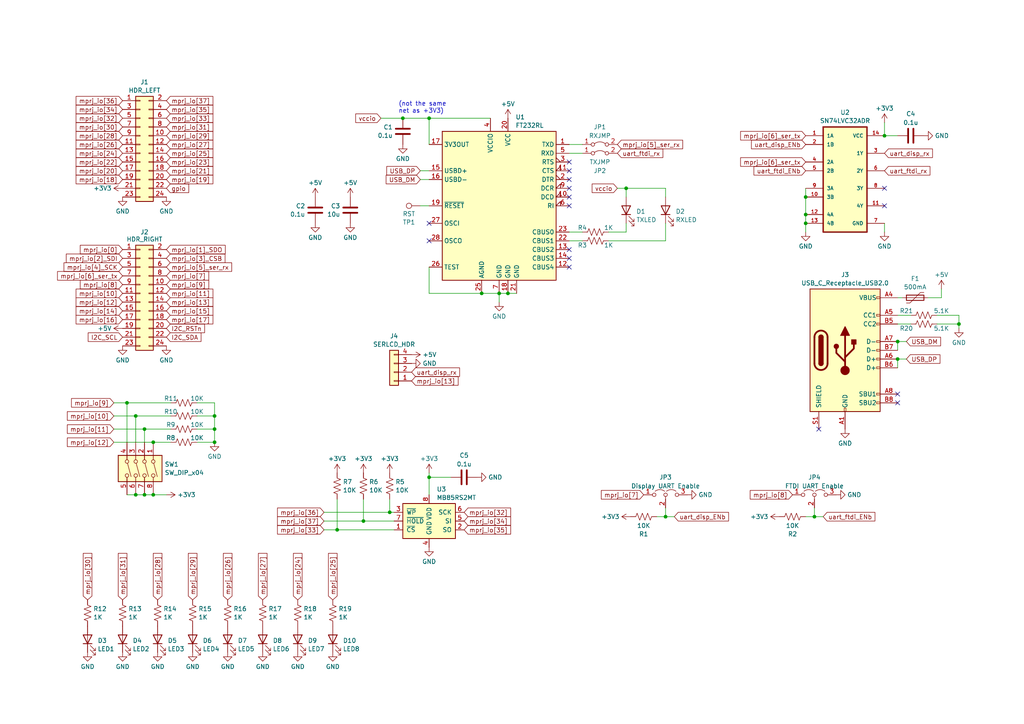
<source format=kicad_sch>
(kicad_sch (version 20230121) (generator eeschema)
  (paper "A4")
  (lib_symbols
    (symbol "Connector:TestPoint" (pin_numbers hide) (pin_names (offset 0.762) hide)
      (property "Reference" "TP" (at 0 6.858 0))
      (property "Value" "TestPoint" (at 0 5.08 0))
      (symbol "TestPoint_1_1"
        (pin passive line (at 0 0 90) (length 2.54) (name "1") (number "1"))
      )
    )
    (symbol "Connector:USB_C_Receptacle_USB2.0" (pin_names (offset 1.016))
      (property "Reference" "J" (at -10.16 19.05 0))
      (property "Value" "USB_C_Receptacle_USB2.0" (at 19.05 19.05 0))
      (symbol "USB_C_Receptacle_USB2.0_1_1"
        (pin passive line (at 0 -22.86 90) (length 5.08) (name "GND") (number "A1"))
        (pin passive line (at 0 -22.86 90) (length 5.08) hide (name "GND") (number "A12"))
        (pin passive line (at 15.24 15.24 180) (length 5.08) (name "VBUS") (number "A4"))
        (pin bidirectional line (at 15.24 10.16 180) (length 5.08) (name "CC1") (number "A5"))
        (pin bidirectional line (at 15.24 -2.54 180) (length 5.08) (name "D+") (number "A6"))
        (pin bidirectional line (at 15.24 2.54 180) (length 5.08) (name "D-") (number "A7"))
        (pin bidirectional line (at 15.24 -12.7 180) (length 5.08) (name "SBU1") (number "A8"))
        (pin passive line (at 15.24 15.24 180) (length 5.08) hide (name "VBUS") (number "A9"))
        (pin passive line (at 0 -22.86 90) (length 5.08) hide (name "GND") (number "B1"))
        (pin passive line (at 0 -22.86 90) (length 5.08) hide (name "GND") (number "B12"))
        (pin passive line (at 15.24 15.24 180) (length 5.08) hide (name "VBUS") (number "B4"))
        (pin bidirectional line (at 15.24 7.62 180) (length 5.08) (name "CC2") (number "B5"))
        (pin bidirectional line (at 15.24 -5.08 180) (length 5.08) (name "D+") (number "B6"))
        (pin bidirectional line (at 15.24 0 180) (length 5.08) (name "D-") (number "B7"))
        (pin bidirectional line (at 15.24 -15.24 180) (length 5.08) (name "SBU2") (number "B8"))
        (pin passive line (at 15.24 15.24 180) (length 5.08) hide (name "VBUS") (number "B9"))
        (pin passive line (at -7.62 -22.86 90) (length 5.08) (name "SHIELD") (number "S1"))
      )
    )
    (symbol "Connector_Generic:Conn_01x04" (pin_names (offset 1.016) hide)
      (property "Reference" "J" (at 0 5.08 0))
      (property "Value" "Conn_01x04" (at 0 -7.62 0))
      (symbol "Conn_01x04_1_1"
        (pin passive line (at -5.08 2.54 0) (length 3.81) (name "Pin_1") (number "1"))
        (pin passive line (at -5.08 0 0) (length 3.81) (name "Pin_2") (number "2"))
        (pin passive line (at -5.08 -2.54 0) (length 3.81) (name "Pin_3") (number "3"))
        (pin passive line (at -5.08 -5.08 0) (length 3.81) (name "Pin_4") (number "4"))
      )
    )
    (symbol "Connector_Generic:Conn_02x12_Odd_Even" (pin_names (offset 1.016) hide)
      (property "Reference" "J" (at 1.27 15.24 0))
      (property "Value" "Conn_02x12_Odd_Even" (at 1.27 -17.78 0))
      (symbol "Conn_02x12_Odd_Even_1_1"
        (pin passive line (at -5.08 12.7 0) (length 3.81) (name "Pin_1") (number "1"))
        (pin passive line (at 7.62 2.54 180) (length 3.81) (name "Pin_10") (number "10"))
        (pin passive line (at -5.08 0 0) (length 3.81) (name "Pin_11") (number "11"))
        (pin passive line (at 7.62 0 180) (length 3.81) (name "Pin_12") (number "12"))
        (pin passive line (at -5.08 -2.54 0) (length 3.81) (name "Pin_13") (number "13"))
        (pin passive line (at 7.62 -2.54 180) (length 3.81) (name "Pin_14") (number "14"))
        (pin passive line (at -5.08 -5.08 0) (length 3.81) (name "Pin_15") (number "15"))
        (pin passive line (at 7.62 -5.08 180) (length 3.81) (name "Pin_16") (number "16"))
        (pin passive line (at -5.08 -7.62 0) (length 3.81) (name "Pin_17") (number "17"))
        (pin passive line (at 7.62 -7.62 180) (length 3.81) (name "Pin_18") (number "18"))
        (pin passive line (at -5.08 -10.16 0) (length 3.81) (name "Pin_19") (number "19"))
        (pin passive line (at 7.62 12.7 180) (length 3.81) (name "Pin_2") (number "2"))
        (pin passive line (at 7.62 -10.16 180) (length 3.81) (name "Pin_20") (number "20"))
        (pin passive line (at -5.08 -12.7 0) (length 3.81) (name "Pin_21") (number "21"))
        (pin passive line (at 7.62 -12.7 180) (length 3.81) (name "Pin_22") (number "22"))
        (pin passive line (at -5.08 -15.24 0) (length 3.81) (name "Pin_23") (number "23"))
        (pin passive line (at 7.62 -15.24 180) (length 3.81) (name "Pin_24") (number "24"))
        (pin passive line (at -5.08 10.16 0) (length 3.81) (name "Pin_3") (number "3"))
        (pin passive line (at 7.62 10.16 180) (length 3.81) (name "Pin_4") (number "4"))
        (pin passive line (at -5.08 7.62 0) (length 3.81) (name "Pin_5") (number "5"))
        (pin passive line (at 7.62 7.62 180) (length 3.81) (name "Pin_6") (number "6"))
        (pin passive line (at -5.08 5.08 0) (length 3.81) (name "Pin_7") (number "7"))
        (pin passive line (at 7.62 5.08 180) (length 3.81) (name "Pin_8") (number "8"))
        (pin passive line (at -5.08 2.54 0) (length 3.81) (name "Pin_9") (number "9"))
      )
    )
    (symbol "Device:C" (pin_numbers hide) (pin_names (offset 0.254))
      (property "Reference" "C" (at 0.635 2.54 0))
      (property "Value" "C" (at 0.635 -2.54 0))
      (symbol "C_1_1"
        (pin passive line (at 0 3.81 270) (length 2.794) (name "~") (number "1"))
        (pin passive line (at 0 -3.81 90) (length 2.794) (name "~") (number "2"))
      )
    )
    (symbol "Device:LED" (pin_numbers hide) (pin_names (offset 1.016) hide)
      (property "Reference" "D" (at 0 2.54 0))
      (property "Value" "LED" (at 0 -2.54 0))
      (symbol "LED_1_1"
        (pin passive line (at -3.81 0 0) (length 2.54) (name "K") (number "1"))
        (pin passive line (at 3.81 0 180) (length 2.54) (name "A") (number "2"))
      )
    )
    (symbol "Device:Polyfuse" (pin_numbers hide) (pin_names (offset 0))
      (property "Reference" "F" (at -2.54 0 90))
      (property "Value" "Polyfuse" (at 2.54 0 90))
      (symbol "Polyfuse_1_1"
        (pin passive line (at 0 3.81 270) (length 1.27) (name "~") (number "1"))
        (pin passive line (at 0 -3.81 90) (length 1.27) (name "~") (number "2"))
      )
    )
    (symbol "Device:R_US" (pin_numbers hide) (pin_names (offset 0))
      (property "Reference" "R" (at 2.54 0 90))
      (property "Value" "R_US" (at -2.54 0 90))
      (symbol "R_US_1_1"
        (pin passive line (at 0 3.81 270) (length 1.27) (name "~") (number "1"))
        (pin passive line (at 0 -3.81 90) (length 1.27) (name "~") (number "2"))
      )
    )
    (symbol "Interface_USB:FT232RL"
      (property "Reference" "U" (at -16.51 22.86 0))
      (property "Value" "FT232RL" (at 10.16 22.86 0))
      (symbol "FT232RL_1_1"
        (pin output line (at 20.32 17.78 180) (length 3.81) (name "TXD") (number "1"))
        (pin input input_low (at 20.32 2.54 180) (length 3.81) (name "DCD") (number "10"))
        (pin input input_low (at 20.32 10.16 180) (length 3.81) (name "CTS") (number "11"))
        (pin bidirectional line (at 20.32 -17.78 180) (length 3.81) (name "CBUS4") (number "12"))
        (pin bidirectional line (at 20.32 -12.7 180) (length 3.81) (name "CBUS2") (number "13"))
        (pin bidirectional line (at 20.32 -15.24 180) (length 3.81) (name "CBUS3") (number "14"))
        (pin bidirectional line (at -20.32 10.16 0) (length 3.81) (name "USBD+") (number "15"))
        (pin bidirectional line (at -20.32 7.62 0) (length 3.81) (name "USBD-") (number "16"))
        (pin power_out line (at -20.32 17.78 0) (length 3.81) (name "3V3OUT") (number "17"))
        (pin power_in line (at 2.54 -25.4 90) (length 3.81) (name "GND") (number "18"))
        (pin input line (at -20.32 0 0) (length 3.81) (name "~{RESET}") (number "19"))
        (pin output output_low (at 20.32 7.62 180) (length 3.81) (name "DTR") (number "2"))
        (pin power_in line (at 2.54 25.4 270) (length 3.81) (name "VCC") (number "20"))
        (pin power_in line (at 5.08 -25.4 90) (length 3.81) (name "GND") (number "21"))
        (pin bidirectional line (at 20.32 -10.16 180) (length 3.81) (name "CBUS1") (number "22"))
        (pin bidirectional line (at 20.32 -7.62 180) (length 3.81) (name "CBUS0") (number "23"))
        (pin power_in line (at -5.08 -25.4 90) (length 3.81) (name "AGND") (number "25"))
        (pin input line (at -20.32 -17.78 0) (length 3.81) (name "TEST") (number "26"))
        (pin input line (at -20.32 -5.08 0) (length 3.81) (name "OSCI") (number "27"))
        (pin output line (at -20.32 -10.16 0) (length 3.81) (name "OSCO") (number "28"))
        (pin output output_low (at 20.32 12.7 180) (length 3.81) (name "RTS") (number "3"))
        (pin power_in line (at -2.54 25.4 270) (length 3.81) (name "VCCIO") (number "4"))
        (pin input line (at 20.32 15.24 180) (length 3.81) (name "RXD") (number "5"))
        (pin input input_low (at 20.32 0 180) (length 3.81) (name "RI") (number "6"))
        (pin power_in line (at 0 -25.4 90) (length 3.81) (name "GND") (number "7"))
        (pin input input_low (at 20.32 5.08 180) (length 3.81) (name "DCR") (number "9"))
      )
    )
    (symbol "Jumper:Jumper_2_Bridged" (pin_names (offset 0) hide)
      (property "Reference" "JP" (at 0 1.905 0))
      (property "Value" "Jumper_2_Bridged" (at 0 -2.54 0))
      (symbol "Jumper_2_Bridged_1_1"
        (pin passive line (at -5.08 0 0) (length 2.54) (name "A") (number "1"))
        (pin passive line (at 5.08 0 180) (length 2.54) (name "B") (number "2"))
      )
    )
    (symbol "Jumper:Jumper_3_Open" (pin_names (offset 0) hide)
      (property "Reference" "JP" (at -2.54 -2.54 0))
      (property "Value" "Jumper_3_Open" (at 0 2.794 0))
      (symbol "Jumper_3_Open_1_1"
        (pin passive line (at -6.35 0 0) (length 2.54) (name "A") (number "1"))
        (pin passive line (at 0 -3.81 90) (length 2.54) (name "C") (number "2"))
        (pin passive line (at 6.35 0 180) (length 2.54) (name "B") (number "3"))
      )
    )
    (symbol "Memory_NVRAM:MB85RS2MT" (pin_names (offset 1.016))
      (property "Reference" "U" (at -7.62 6.35 0))
      (property "Value" "MB85RS2MT" (at 1.27 6.35 0))
      (symbol "MB85RS2MT_1_1"
        (pin input line (at -10.16 -2.54 0) (length 2.54) (name "~{CS}") (number "1"))
        (pin output line (at 10.16 -2.54 180) (length 2.54) (name "SO") (number "2"))
        (pin input line (at -10.16 2.54 0) (length 2.54) (name "~{WP}") (number "3"))
        (pin power_in line (at 0 -7.62 90) (length 2.54) (name "GND") (number "4"))
        (pin input line (at 10.16 0 180) (length 2.54) (name "SI") (number "5"))
        (pin input line (at 10.16 2.54 180) (length 2.54) (name "SCK") (number "6"))
        (pin input line (at -10.16 0 0) (length 2.54) (name "~{HOLD}") (number "7"))
        (pin power_in line (at 0 7.62 270) (length 2.54) (name "VDD") (number "8"))
      )
    )
    (symbol "SN74LVC32ADR:SN74LVC32ADR" (pin_names (offset 1.016))
      (property "Reference" "U" (at 0 19.05 0))
      (property "Value" "SN74LVC32ADR" (at 0 16.51 0))
      (symbol "SN74LVC32ADR_0_0"
        (pin input line (at -11.43 12.7 0) (length 5.08) (name "1A") (number "1"))
        (pin input line (at -11.43 -5.08 0) (length 5.08) (name "3B") (number "10"))
        (pin output line (at 11.43 -7.62 180) (length 5.08) (name "4Y") (number "11"))
        (pin input line (at -11.43 -10.16 0) (length 5.08) (name "4A") (number "12"))
        (pin input line (at -11.43 -12.7 0) (length 5.08) (name "4B") (number "13"))
        (pin power_in line (at 11.43 12.7 180) (length 5.08) (name "VCC") (number "14"))
        (pin input line (at -11.43 10.16 0) (length 5.08) (name "1B") (number "2"))
        (pin output line (at 11.43 7.62 180) (length 5.08) (name "1Y") (number "3"))
        (pin input line (at -11.43 5.08 0) (length 5.08) (name "2A") (number "4"))
        (pin input line (at -11.43 2.54 0) (length 5.08) (name "2B") (number "5"))
        (pin output line (at 11.43 2.54 180) (length 5.08) (name "2Y") (number "6"))
        (pin power_in line (at 11.43 -12.7 180) (length 5.08) (name "GND") (number "7"))
        (pin output line (at 11.43 -2.54 180) (length 5.08) (name "3Y") (number "8"))
        (pin input line (at -11.43 -2.54 0) (length 5.08) (name "3A") (number "9"))
      )
    )
    (symbol "Switch:SW_DIP_x04" (pin_names (offset 0) hide)
      (property "Reference" "SW" (at 0 8.89 0))
      (property "Value" "SW_DIP_x04" (at 0 -6.35 0))
      (symbol "SW_DIP_x04_1_1"
        (pin passive line (at -7.62 5.08 0) (length 5.08) (name "~") (number "1"))
        (pin passive line (at -7.62 2.54 0) (length 5.08) (name "~") (number "2"))
        (pin passive line (at -7.62 0 0) (length 5.08) (name "~") (number "3"))
        (pin passive line (at -7.62 -2.54 0) (length 5.08) (name "~") (number "4"))
        (pin passive line (at 7.62 -2.54 180) (length 5.08) (name "~") (number "5"))
        (pin passive line (at 7.62 0 180) (length 5.08) (name "~") (number "6"))
        (pin passive line (at 7.62 2.54 180) (length 5.08) (name "~") (number "7"))
        (pin passive line (at 7.62 5.08 180) (length 5.08) (name "~") (number "8"))
      )
    )
    (symbol "power:+3V3" (power) (pin_names (offset 0))
      (property "Value" "+3V3" (at 0 3.556 0))
      (symbol "+3V3_1_1"
        (pin power_in line (at 0 0 90) (length 0) hide (name "+3V3") (number "1"))
      )
    )
    (symbol "power:+5V" (power) (pin_names (offset 0))
      (property "Value" "+5V" (at 0 3.556 0))
      (symbol "+5V_1_1"
        (pin power_in line (at 0 0 90) (length 0) hide (name "+5V") (number "1"))
      )
    )
    (symbol "power:GND" (power) (pin_names (offset 0))
      (property "Value" "GND" (at 0 -3.81 0))
      (symbol "GND_1_1"
        (pin power_in line (at 0 0 270) (length 0) hide (name "GND") (number "1"))
      )
    )
  )
  (junction (at 233.68 57.15))
  (junction (at 41.91 143.51))
  (junction (at 44.45 143.51))
  (junction (at 116.84 34.29))
  (junction (at 41.91 124.46))
  (junction (at 233.68 64.77))
  (junction (at 260.35 104.14))
  (junction (at 39.37 143.51))
  (junction (at 256.54 39.37))
  (junction (at 278.13 93.98))
  (junction (at 147.32 85.09))
  (junction (at 193.04 149.86))
  (junction (at 97.79 153.67))
  (junction (at 62.23 120.65))
  (junction (at 260.35 99.06))
  (junction (at 233.68 62.23))
  (junction (at 124.46 34.29))
  (junction (at 124.46 138.43))
  (junction (at 62.23 124.46))
  (junction (at 139.7 85.09))
  (junction (at 105.41 151.13))
  (junction (at 62.23 128.27))
  (junction (at 44.45 128.27))
  (junction (at 39.37 120.65))
  (junction (at 181.61 54.61))
  (junction (at 113.03 148.59))
  (junction (at 144.78 85.09))
  (junction (at 236.22 149.86))
  (junction (at 36.83 116.84))
  (no_connect (at 165.1 77.47))
  (no_connect (at 165.1 46.99))
  (no_connect (at 256.54 54.61))
  (no_connect (at 260.35 114.3))
  (no_connect (at 165.1 49.53))
  (no_connect (at 260.35 116.84))
  (no_connect (at 256.54 59.69))
  (no_connect (at 124.46 64.77))
  (no_connect (at 124.46 69.85))
  (no_connect (at 165.1 59.69))
  (no_connect (at 165.1 54.61))
  (no_connect (at 165.1 72.39))
  (no_connect (at 165.1 74.93))
  (no_connect (at 165.1 52.07))
  (no_connect (at 165.1 57.15))
  (no_connect (at 237.49 124.46))
  (wire (pts (xy 124.46 85.09) (xy 139.7 85.09)))
  (wire (pts (xy 165.1 41.91) (xy 168.91 41.91)))
  (wire (pts (xy 139.7 85.09) (xy 144.78 85.09)))
  (wire (pts (xy 195.58 149.86) (xy 193.04 149.86)))
  (wire (pts (xy 62.23 124.46) (xy 62.23 128.27)))
  (wire (pts (xy 269.24 86.36) (xy 273.05 86.36)))
  (wire (pts (xy 39.37 120.65) (xy 39.37 128.27)))
  (wire (pts (xy 121.92 49.53) (xy 124.46 49.53)))
  (wire (pts (xy 110.49 34.29) (xy 116.84 34.29)))
  (wire (pts (xy 57.15 116.84) (xy 62.23 116.84)))
  (wire (pts (xy 233.68 57.15) (xy 233.68 62.23)))
  (wire (pts (xy 116.84 34.29) (xy 124.46 34.29)))
  (wire (pts (xy 165.1 67.31) (xy 168.91 67.31)))
  (wire (pts (xy 97.79 144.78) (xy 97.79 153.67)))
  (wire (pts (xy 121.92 52.07) (xy 124.46 52.07)))
  (wire (pts (xy 260.35 104.14) (xy 262.89 104.14)))
  (wire (pts (xy 113.03 144.78) (xy 113.03 148.59)))
  (wire (pts (xy 165.1 44.45) (xy 168.91 44.45)))
  (wire (pts (xy 121.92 59.69) (xy 124.46 59.69)))
  (wire (pts (xy 256.54 39.37) (xy 260.35 39.37)))
  (wire (pts (xy 39.37 143.51) (xy 41.91 143.51)))
  (wire (pts (xy 260.35 86.36) (xy 261.62 86.36)))
  (wire (pts (xy 93.98 153.67) (xy 97.79 153.67)))
  (wire (pts (xy 113.03 148.59) (xy 114.3 148.59)))
  (wire (pts (xy 278.13 93.98) (xy 278.13 95.25)))
  (wire (pts (xy 36.83 128.27) (xy 36.83 116.84)))
  (wire (pts (xy 179.07 54.61) (xy 181.61 54.61)))
  (wire (pts (xy 124.46 77.47) (xy 124.46 85.09)))
  (wire (pts (xy 62.23 116.84) (xy 62.23 120.65)))
  (wire (pts (xy 260.35 91.44) (xy 264.16 91.44)))
  (wire (pts (xy 193.04 149.86) (xy 193.04 147.32)))
  (wire (pts (xy 57.15 120.65) (xy 62.23 120.65)))
  (wire (pts (xy 181.61 54.61) (xy 193.04 54.61)))
  (wire (pts (xy 233.68 62.23) (xy 233.68 64.77)))
  (wire (pts (xy 57.15 124.46) (xy 62.23 124.46)))
  (wire (pts (xy 33.02 124.46) (xy 41.91 124.46)))
  (wire (pts (xy 36.83 143.51) (xy 39.37 143.51)))
  (wire (pts (xy 105.41 151.13) (xy 105.41 144.78)))
  (wire (pts (xy 256.54 35.56) (xy 256.54 39.37)))
  (wire (pts (xy 97.79 153.67) (xy 114.3 153.67)))
  (wire (pts (xy 49.53 120.65) (xy 39.37 120.65)))
  (wire (pts (xy 124.46 137.16) (xy 124.46 138.43)))
  (wire (pts (xy 33.02 116.84) (xy 36.83 116.84)))
  (wire (pts (xy 114.3 151.13) (xy 105.41 151.13)))
  (wire (pts (xy 181.61 64.77) (xy 181.61 67.31)))
  (wire (pts (xy 273.05 83.82) (xy 273.05 86.36)))
  (wire (pts (xy 260.35 99.06) (xy 260.35 101.6)))
  (wire (pts (xy 44.45 128.27) (xy 49.53 128.27)))
  (wire (pts (xy 33.02 128.27) (xy 44.45 128.27)))
  (wire (pts (xy 62.23 120.65) (xy 62.23 124.46)))
  (wire (pts (xy 147.32 85.09) (xy 149.86 85.09)))
  (wire (pts (xy 193.04 69.85) (xy 193.04 64.77)))
  (wire (pts (xy 33.02 120.65) (xy 39.37 120.65)))
  (wire (pts (xy 93.98 148.59) (xy 113.03 148.59)))
  (wire (pts (xy 41.91 128.27) (xy 41.91 124.46)))
  (wire (pts (xy 36.83 116.84) (xy 49.53 116.84)))
  (wire (pts (xy 190.5 149.86) (xy 193.04 149.86)))
  (wire (pts (xy 41.91 143.51) (xy 44.45 143.51)))
  (wire (pts (xy 165.1 69.85) (xy 168.91 69.85)))
  (wire (pts (xy 93.98 151.13) (xy 105.41 151.13)))
  (wire (pts (xy 233.68 64.77) (xy 233.68 67.31)))
  (wire (pts (xy 271.78 93.98) (xy 278.13 93.98)))
  (wire (pts (xy 233.68 149.86) (xy 236.22 149.86)))
  (wire (pts (xy 193.04 54.61) (xy 193.04 57.15)))
  (wire (pts (xy 271.78 91.44) (xy 278.13 91.44)))
  (wire (pts (xy 260.35 104.14) (xy 260.35 106.68)))
  (wire (pts (xy 124.46 138.43) (xy 130.81 138.43)))
  (wire (pts (xy 181.61 54.61) (xy 181.61 57.15)))
  (wire (pts (xy 41.91 124.46) (xy 49.53 124.46)))
  (wire (pts (xy 260.35 99.06) (xy 262.89 99.06)))
  (wire (pts (xy 144.78 85.09) (xy 147.32 85.09)))
  (wire (pts (xy 260.35 93.98) (xy 264.16 93.98)))
  (wire (pts (xy 233.68 54.61) (xy 233.68 57.15)))
  (wire (pts (xy 44.45 143.51) (xy 48.26 143.51)))
  (wire (pts (xy 144.78 85.09) (xy 144.78 87.63)))
  (wire (pts (xy 256.54 64.77) (xy 256.54 67.31)))
  (wire (pts (xy 176.53 69.85) (xy 193.04 69.85)))
  (wire (pts (xy 124.46 41.91) (xy 124.46 34.29)))
  (wire (pts (xy 278.13 91.44) (xy 278.13 93.98)))
  (wire (pts (xy 124.46 138.43) (xy 124.46 143.51)))
  (wire (pts (xy 181.61 67.31) (xy 176.53 67.31)))
  (wire (pts (xy 124.46 34.29) (xy 142.24 34.29)))
  (wire (pts (xy 238.76 149.86) (xy 236.22 149.86)))
  (wire (pts (xy 57.15 128.27) (xy 62.23 128.27)))
  (wire (pts (xy 236.22 149.86) (xy 236.22 147.32)))
  (text "(not the same\nnet as +3V3)" (at 115.57 33.02 0) (effects (font (size 1.27 1.27)) (justify left bottom)))
  (global_label "mprj_io[6]_ser_tx" (shape input) (at 233.68 46.99 180) (property "Intersheetrefs" "${INTERSHEET_REFS}" (effects hide)))
  (global_label "gpio" (shape input) (at 48.26 54.61 0) (property "Intersheetrefs" "${INTERSHEET_REFS}" (effects hide)))
  (global_label "mprj_io[5]_ser_rx" (shape input) (at 48.26 77.47 0) (property "Intersheetrefs" "${INTERSHEET_REFS}" (effects hide)))
  (global_label "mprj_io[0]" (shape input) (at 35.56 72.39 180) (property "Intersheetrefs" "${INTERSHEET_REFS}" (effects hide)))
  (global_label "mprj_io[11]" (shape input) (at 48.26 85.09 0) (property "Intersheetrefs" "${INTERSHEET_REFS}" (effects hide)))
  (global_label "mprj_io[8]" (shape input) (at 229.87 143.51 180) (property "Intersheetrefs" "${INTERSHEET_REFS}" (effects hide)))
  (global_label "uart_disp_ENb" (shape input) (at 195.58 149.86 0) (property "Intersheetrefs" "${INTERSHEET_REFS}" (effects hide)))
  (global_label "mprj_io[26]" (shape input) (at 66.04 173.99 90) (property "Intersheetrefs" "${INTERSHEET_REFS}" (effects hide)))
  (global_label "mprj_io[26]" (shape input) (at 35.56 41.91 180) (property "Intersheetrefs" "${INTERSHEET_REFS}" (effects hide)))
  (global_label "mprj_io[13]" (shape input) (at 119.38 110.49 0) (property "Intersheetrefs" "${INTERSHEET_REFS}" (effects hide)))
  (global_label "mprj_io[25]" (shape input) (at 48.26 44.45 0) (property "Intersheetrefs" "${INTERSHEET_REFS}" (effects hide)))
  (global_label "mprj_io[16]" (shape input) (at 35.56 92.71 180) (property "Intersheetrefs" "${INTERSHEET_REFS}" (effects hide)))
  (global_label "mprj_io[19]" (shape input) (at 48.26 52.07 0) (property "Intersheetrefs" "${INTERSHEET_REFS}" (effects hide)))
  (global_label "mprj_io[17]" (shape input) (at 48.26 92.71 0) (property "Intersheetrefs" "${INTERSHEET_REFS}" (effects hide)))
  (global_label "mprj_io[24]" (shape input) (at 86.36 173.99 90) (property "Intersheetrefs" "${INTERSHEET_REFS}" (effects hide)))
  (global_label "mprj_io[35]" (shape input) (at 48.26 31.75 0) (property "Intersheetrefs" "${INTERSHEET_REFS}" (effects hide)))
  (global_label "mprj_io[12]" (shape input) (at 33.02 128.27 180) (property "Intersheetrefs" "${INTERSHEET_REFS}" (effects hide)))
  (global_label "uart_disp_ENb" (shape input) (at 233.68 41.91 180) (property "Intersheetrefs" "${INTERSHEET_REFS}" (effects hide)))
  (global_label "mprj_io[28]" (shape input) (at 45.72 173.99 90) (property "Intersheetrefs" "${INTERSHEET_REFS}" (effects hide)))
  (global_label "mprj_io[28]" (shape input) (at 35.56 39.37 180) (property "Intersheetrefs" "${INTERSHEET_REFS}" (effects hide)))
  (global_label "uart_disp_rx" (shape input) (at 256.54 44.45 0) (property "Intersheetrefs" "${INTERSHEET_REFS}" (effects hide)))
  (global_label "mprj_io[15]" (shape input) (at 48.26 90.17 0) (property "Intersheetrefs" "${INTERSHEET_REFS}" (effects hide)))
  (global_label "I2C_SCL" (shape input) (at 35.56 97.79 180) (property "Intersheetrefs" "${INTERSHEET_REFS}" (effects hide)))
  (global_label "mprj_io[33]" (shape input) (at 93.98 153.67 180) (property "Intersheetrefs" "${INTERSHEET_REFS}" (effects hide)))
  (global_label "mprj_io[27]" (shape input) (at 76.2 173.99 90) (property "Intersheetrefs" "${INTERSHEET_REFS}" (effects hide)))
  (global_label "mprj_io[25]" (shape input) (at 96.52 173.99 90) (property "Intersheetrefs" "${INTERSHEET_REFS}" (effects hide)))
  (global_label "mprj_io[30]" (shape input) (at 25.4 173.99 90) (property "Intersheetrefs" "${INTERSHEET_REFS}" (effects hide)))
  (global_label "mprj_io[11]" (shape input) (at 33.02 124.46 180) (property "Intersheetrefs" "${INTERSHEET_REFS}" (effects hide)))
  (global_label "mprj_io[10]" (shape input) (at 35.56 85.09 180) (property "Intersheetrefs" "${INTERSHEET_REFS}" (effects hide)))
  (global_label "mprj_io[9]" (shape input) (at 33.02 116.84 180) (property "Intersheetrefs" "${INTERSHEET_REFS}" (effects hide)))
  (global_label "mprj_io[36]" (shape input) (at 35.56 29.21 180) (property "Intersheetrefs" "${INTERSHEET_REFS}" (effects hide)))
  (global_label "USB_DP" (shape input) (at 121.92 49.53 180) (property "Intersheetrefs" "${INTERSHEET_REFS}" (effects hide)))
  (global_label "mprj_io[2]_SDI" (shape input) (at 35.56 74.93 180) (property "Intersheetrefs" "${INTERSHEET_REFS}" (effects hide)))
  (global_label "USB_DP" (shape input) (at 262.89 104.14 0) (property "Intersheetrefs" "${INTERSHEET_REFS}" (effects hide)))
  (global_label "uart_ftdi_ENb" (shape input) (at 233.68 49.53 180) (property "Intersheetrefs" "${INTERSHEET_REFS}" (effects hide)))
  (global_label "mprj_io[37]" (shape input) (at 93.98 151.13 180) (property "Intersheetrefs" "${INTERSHEET_REFS}" (effects hide)))
  (global_label "mprj_io[37]" (shape input) (at 48.26 29.21 0) (property "Intersheetrefs" "${INTERSHEET_REFS}" (effects hide)))
  (global_label "mprj_io[12]" (shape input) (at 35.56 87.63 180) (property "Intersheetrefs" "${INTERSHEET_REFS}" (effects hide)))
  (global_label "mprj_io[32]" (shape input) (at 35.56 34.29 180) (property "Intersheetrefs" "${INTERSHEET_REFS}" (effects hide)))
  (global_label "I2C_RSTn" (shape input) (at 48.26 95.25 0) (property "Intersheetrefs" "${INTERSHEET_REFS}" (effects hide)))
  (global_label "mprj_io[35]" (shape input) (at 134.62 153.67 0) (property "Intersheetrefs" "${INTERSHEET_REFS}" (effects hide)))
  (global_label "mprj_io[29]" (shape input) (at 55.88 173.99 90) (property "Intersheetrefs" "${INTERSHEET_REFS}" (effects hide)))
  (global_label "uart_ftdi_rx" (shape input) (at 179.07 44.45 0) (property "Intersheetrefs" "${INTERSHEET_REFS}" (effects hide)))
  (global_label "mprj_io[22]" (shape input) (at 35.56 46.99 180) (property "Intersheetrefs" "${INTERSHEET_REFS}" (effects hide)))
  (global_label "mprj_io[13]" (shape input) (at 48.26 87.63 0) (property "Intersheetrefs" "${INTERSHEET_REFS}" (effects hide)))
  (global_label "uart_ftdi_rx" (shape input) (at 256.54 49.53 0) (property "Intersheetrefs" "${INTERSHEET_REFS}" (effects hide)))
  (global_label "mprj_io[34]" (shape input) (at 35.56 31.75 180) (property "Intersheetrefs" "${INTERSHEET_REFS}" (effects hide)))
  (global_label "mprj_io[23]" (shape input) (at 48.26 46.99 0) (property "Intersheetrefs" "${INTERSHEET_REFS}" (effects hide)))
  (global_label "mprj_io[27]" (shape input) (at 48.26 41.91 0) (property "Intersheetrefs" "${INTERSHEET_REFS}" (effects hide)))
  (global_label "I2C_SDA" (shape input) (at 48.26 97.79 0) (property "Intersheetrefs" "${INTERSHEET_REFS}" (effects hide)))
  (global_label "mprj_io[3]_CSB" (shape input) (at 48.26 74.93 0) (property "Intersheetrefs" "${INTERSHEET_REFS}" (effects hide)))
  (global_label "mprj_io[32]" (shape input) (at 134.62 148.59 0) (property "Intersheetrefs" "${INTERSHEET_REFS}" (effects hide)))
  (global_label "mprj_io[10]" (shape input) (at 33.02 120.65 180) (property "Intersheetrefs" "${INTERSHEET_REFS}" (effects hide)))
  (global_label "mprj_io[33]" (shape input) (at 48.26 34.29 0) (property "Intersheetrefs" "${INTERSHEET_REFS}" (effects hide)))
  (global_label "mprj_io[21]" (shape input) (at 48.26 49.53 0) (property "Intersheetrefs" "${INTERSHEET_REFS}" (effects hide)))
  (global_label "mprj_io[29]" (shape input) (at 48.26 39.37 0) (property "Intersheetrefs" "${INTERSHEET_REFS}" (effects hide)))
  (global_label "USB_DM" (shape input) (at 262.89 99.06 0) (property "Intersheetrefs" "${INTERSHEET_REFS}" (effects hide)))
  (global_label "uart_ftdi_ENb" (shape input) (at 238.76 149.86 0) (property "Intersheetrefs" "${INTERSHEET_REFS}" (effects hide)))
  (global_label "mprj_io[9]" (shape input) (at 48.26 82.55 0) (property "Intersheetrefs" "${INTERSHEET_REFS}" (effects hide)))
  (global_label "mprj_io[30]" (shape input) (at 35.56 36.83 180) (property "Intersheetrefs" "${INTERSHEET_REFS}" (effects hide)))
  (global_label "mprj_io[8]" (shape input) (at 35.56 82.55 180) (property "Intersheetrefs" "${INTERSHEET_REFS}" (effects hide)))
  (global_label "mprj_io[6]_ser_tx" (shape input) (at 233.68 39.37 180) (property "Intersheetrefs" "${INTERSHEET_REFS}" (effects hide)))
  (global_label "uart_disp_rx" (shape input) (at 119.38 107.95 0) (property "Intersheetrefs" "${INTERSHEET_REFS}" (effects hide)))
  (global_label "mprj_io[1]_SDO" (shape input) (at 48.26 72.39 0) (property "Intersheetrefs" "${INTERSHEET_REFS}" (effects hide)))
  (global_label "mprj_io[18]" (shape input) (at 35.56 52.07 180) (property "Intersheetrefs" "${INTERSHEET_REFS}" (effects hide)))
  (global_label "vccio" (shape input) (at 110.49 34.29 180) (property "Intersheetrefs" "${INTERSHEET_REFS}" (effects hide)))
  (global_label "mprj_io[7]" (shape input) (at 186.69 143.51 180) (property "Intersheetrefs" "${INTERSHEET_REFS}" (effects hide)))
  (global_label "mprj_io[6]_ser_tx" (shape input) (at 35.56 80.01 180) (property "Intersheetrefs" "${INTERSHEET_REFS}" (effects hide)))
  (global_label "mprj_io[36]" (shape input) (at 93.98 148.59 180) (property "Intersheetrefs" "${INTERSHEET_REFS}" (effects hide)))
  (global_label "USB_DM" (shape input) (at 121.92 52.07 180) (property "Intersheetrefs" "${INTERSHEET_REFS}" (effects hide)))
  (global_label "mprj_io[20]" (shape input) (at 35.56 49.53 180) (property "Intersheetrefs" "${INTERSHEET_REFS}" (effects hide)))
  (global_label "mprj_io[31]" (shape input) (at 35.56 173.99 90) (property "Intersheetrefs" "${INTERSHEET_REFS}" (effects hide)))
  (global_label "vccio" (shape input) (at 179.07 54.61 180) (property "Intersheetrefs" "${INTERSHEET_REFS}" (effects hide)))
  (global_label "mprj_io[24]" (shape input) (at 35.56 44.45 180) (property "Intersheetrefs" "${INTERSHEET_REFS}" (effects hide)))
  (global_label "mprj_io[7]" (shape input) (at 48.26 80.01 0) (property "Intersheetrefs" "${INTERSHEET_REFS}" (effects hide)))
  (global_label "mprj_io[34]" (shape input) (at 134.62 151.13 0) (property "Intersheetrefs" "${INTERSHEET_REFS}" (effects hide)))
  (global_label "mprj_io[14]" (shape input) (at 35.56 90.17 180) (property "Intersheetrefs" "${INTERSHEET_REFS}" (effects hide)))
  (global_label "mprj_io[31]" (shape input) (at 48.26 36.83 0) (property "Intersheetrefs" "${INTERSHEET_REFS}" (effects hide)))
  (global_label "mprj_io[4]_SCK" (shape input) (at 35.56 77.47 180) (property "Intersheetrefs" "${INTERSHEET_REFS}" (effects hide)))
  (global_label "mprj_io[5]_ser_rx" (shape input) (at 179.07 41.91 0) (property "Intersheetrefs" "${INTERSHEET_REFS}" (effects hide)))
  (symbol (lib_id "Device:R_US") (at 66.04 177.8 0) (unit 1)
    (property "Reference" "R16" (at 67.691 176.5879 0) (effects (justify left)))
    (property "Value" "1K" (at 67.691 179.0121 0) (effects (justify left)))
    (property "Footprint" "Resistor_SMD:R_0805_2012Metric_Pad1.20x1.40mm_HandSolder" (effects hide))
    (property "LCSC" "C17513" (effects hide))
  )
  (symbol (lib_id "Device:R_US") (at 53.34 128.27 90) (unit 1)
    (property "Reference" "R8" (at 49.53 127 90))
    (property "Value" "10K" (at 57.15 127 90))
    (property "Footprint" "Resistor_SMD:R_0805_2012Metric" (effects hide))
    (property "LCSC" "C17414" (effects hide))
  )
  (symbol (lib_id "Device:LED") (at 35.56 185.42 90) (unit 1)
    (property "Reference" "D4" (at 38.481 185.7954 90) (effects (justify right)))
    (property "Value" "LED2" (at 38.481 188.2196 90) (effects (justify right)))
    (property "Footprint" "LED_SMD:LED_0805_2012Metric" (effects hide))
    (property "LCSC" "C98221" (effects hide))
  )
  (symbol (lib_id "Device:LED") (at 66.04 185.42 90) (unit 1)
    (property "Reference" "D7" (at 68.961 185.7954 90) (effects (justify right)))
    (property "Value" "LED5" (at 68.961 188.2196 90) (effects (justify right)))
    (property "Footprint" "LED_SMD:LED_0805_2012Metric" (effects hide))
    (property "LCSC" "C98221" (effects hide))
  )
  (symbol (lib_id "Device:C") (at 91.44 60.96 0) (unit 1)
    (property "Reference" "C2" (at 88.519 59.7479 0) (effects (justify right)))
    (property "Value" "0.1u" (at 88.519 62.1721 0) (effects (justify right)))
    (property "Footprint" "Capacitor_SMD:C_0603_1608Metric" (effects hide))
    (property "LCSC" "C14663" (effects hide))
  )
  (symbol (lib_id "power:+3V3") (at 35.56 54.61 90) (unit 1)
    (property "Reference" "#PWR01" (effects hide))
    (property "Value" "+3V3" (at 32.385 54.61 90) (effects (justify left)))
  )
  (symbol (lib_id "Jumper:Jumper_2_Bridged") (at 173.99 44.45 0) (unit 1)
    (property "Reference" "JP2" (at 173.99 49.53 0))
    (property "Value" "TXJMP" (at 173.99 46.99 0))
    (property "Footprint" "Jumper:SolderJumper-2_P1.3mm_Bridged_Pad1.0x1.5mm" (effects hide))
  )
  (symbol (lib_id "power:+5V") (at 147.32 34.29 0) (unit 1)
    (property "Reference" "#PWR08" (effects hide))
    (property "Value" "+5V" (at 147.32 30.1569 0))
  )
  (symbol (lib_id "power:GND") (at 233.68 67.31 0) (unit 1)
    (property "Reference" "#PWR014" (effects hide))
    (property "Value" "GND" (at 233.68 71.4431 0))
  )
  (symbol (lib_id "Device:R_US") (at 186.69 149.86 270) (unit 1)
    (property "Reference" "R1" (at 186.69 154.8933 90))
    (property "Value" "10K" (at 186.69 152.4691 90))
    (property "Footprint" "Resistor_SMD:R_0805_2012Metric" (effects hide))
    (property "LCSC" "C17414" (effects hide))
  )
  (symbol (lib_id "Device:R_US") (at 25.4 177.8 0) (unit 1)
    (property "Reference" "R12" (at 27.051 176.5879 0) (effects (justify left)))
    (property "Value" "1K" (at 27.051 179.0121 0) (effects (justify left)))
    (property "Footprint" "Resistor_SMD:R_0805_2012Metric_Pad1.20x1.40mm_HandSolder" (effects hide))
    (property "LCSC" "C17513" (effects hide))
  )
  (symbol (lib_id "power:GND") (at 66.04 189.23 0) (unit 1)
    (property "Reference" "#PWR034" (effects hide))
    (property "Value" "GND" (at 66.04 193.3631 0))
  )
  (symbol (lib_id "power:GND") (at 25.4 189.23 0) (unit 1)
    (property "Reference" "#PWR030" (effects hide))
    (property "Value" "GND" (at 25.4 193.3631 0))
  )
  (symbol (lib_id "power:GND") (at 256.54 67.31 0) (unit 1)
    (property "Reference" "#PWR015" (effects hide))
    (property "Value" "GND" (at 256.54 71.4431 0))
  )
  (symbol (lib_id "Device:R_US") (at 172.72 67.31 90) (unit 1)
    (property "Reference" "R4" (at 168.91 66.04 90))
    (property "Value" "1K" (at 176.53 66.04 90))
    (property "Footprint" "Resistor_SMD:R_0805_2012Metric_Pad1.20x1.40mm_HandSolder" (effects hide))
    (property "LCSC" "C17513" (effects hide))
  )
  (symbol (lib_id "power:+3V3") (at 226.06 149.86 90) (unit 1)
    (property "Reference" "#PWR020" (effects hide))
    (property "Value" "+3V3" (at 222.885 149.86 90) (effects (justify left)))
  )
  (symbol (lib_id "Switch:SW_DIP_x04") (at 39.37 135.89 270) (unit 1)
    (property "Reference" "SW1" (at 47.752 134.6779 90) (effects (justify left)))
    (property "Value" "SW_DIP_x04" (at 47.752 137.1021 90) (effects (justify left)))
    (property "Footprint" "Button_Switch_THT:SW_DIP_SPSTx04_Slide_6.7x11.72mm_W7.62mm_P2.54mm_LowProfile" (effects hide))
  )
  (symbol (lib_id "power:GND") (at 138.43 138.43 90) (unit 1)
    (property "Reference" "#PWR029" (effects hide))
    (property "Value" "GND" (at 141.605 138.43 90) (effects (justify right)))
  )
  (symbol (lib_id "Connector:TestPoint") (at 121.92 59.69 90) (mirror x) (unit 1)
    (property "Reference" "TP1" (at 118.618 64.4693 90))
    (property "Value" "RST" (at 118.618 62.0451 90))
    (property "Footprint" "TestPoint:TestPoint_Pad_D1.5mm" (effects hide))
  )
  (symbol (lib_id "Device:C") (at 101.6 60.96 0) (unit 1)
    (property "Reference" "C3" (at 98.679 59.7479 0) (effects (justify right)))
    (property "Value" "10u" (at 98.679 62.1721 0) (effects (justify right)))
    (property "Footprint" "Capacitor_SMD:C_0603_1608Metric" (effects hide))
    (property "LCSC" "C19702" (effects hide))
  )
  (symbol (lib_id "Device:R_US") (at 86.36 177.8 0) (unit 1)
    (property "Reference" "R18" (at 88.011 176.5879 0) (effects (justify left)))
    (property "Value" "1K" (at 88.011 179.0121 0) (effects (justify left)))
    (property "Footprint" "Resistor_SMD:R_0805_2012Metric_Pad1.20x1.40mm_HandSolder" (effects hide))
    (property "LCSC" "C17513" (effects hide))
  )
  (symbol (lib_id "power:GND") (at 76.2 189.23 0) (unit 1)
    (property "Reference" "#PWR035" (effects hide))
    (property "Value" "GND" (at 76.2 193.3631 0))
  )
  (symbol (lib_id "Device:LED") (at 193.04 60.96 90) (unit 1)
    (property "Reference" "D2" (at 195.961 61.3354 90) (effects (justify right)))
    (property "Value" "RXLED" (at 195.961 63.7596 90) (effects (justify right)))
    (property "Footprint" "LED_SMD:LED_0805_2012Metric" (effects hide))
    (property "LCSC" "C284931" (effects hide))
  )
  (symbol (lib_id "Device:R_US") (at 76.2 177.8 0) (unit 1)
    (property "Reference" "R17" (at 77.851 176.5879 0) (effects (justify left)))
    (property "Value" "1K" (at 77.851 179.0121 0) (effects (justify left)))
    (property "Footprint" "Resistor_SMD:R_0805_2012Metric_Pad1.20x1.40mm_HandSolder" (effects hide))
    (property "LCSC" "C17513" (effects hide))
  )
  (symbol (lib_id "Jumper:Jumper_3_Open") (at 236.22 143.51 0) (unit 1)
    (property "Reference" "JP4" (at 236.22 138.43 0))
    (property "Value" "FTDI UART Enable" (at 236.22 140.97 0))
    (property "Footprint" "Connector_PinHeader_2.54mm:PinHeader_1x03_P2.54mm_Vertical" (effects hide))
  )
  (symbol (lib_id "Jumper:Jumper_2_Bridged") (at 173.99 41.91 0) (unit 1)
    (property "Reference" "JP1" (at 173.99 36.83 0))
    (property "Value" "RXJMP" (at 173.99 39.37 0))
    (property "Footprint" "Jumper:SolderJumper-2_P1.3mm_Bridged_Pad1.0x1.5mm" (effects hide))
  )
  (symbol (lib_id "Device:LED") (at 181.61 60.96 90) (unit 1)
    (property "Reference" "D1" (at 184.531 61.3354 90) (effects (justify right)))
    (property "Value" "TXLED" (at 184.531 63.7596 90) (effects (justify right)))
    (property "Footprint" "LED_SMD:LED_0805_2012Metric" (effects hide))
    (property "LCSC" "C284931" (effects hide))
  )
  (symbol (lib_id "power:+5V") (at 91.44 57.15 0) (unit 1)
    (property "Reference" "#PWR010" (effects hide))
    (property "Value" "+5V" (at 91.44 53.0169 0))
  )
  (symbol (lib_id "power:+3V3") (at 113.03 137.16 0) (unit 1)
    (property "Reference" "#PWR026" (effects hide))
    (property "Value" "+3V3" (at 113.03 133.0269 0))
  )
  (symbol (lib_id "Device:LED") (at 86.36 185.42 90) (unit 1)
    (property "Reference" "D9" (at 89.281 185.7954 90) (effects (justify right)))
    (property "Value" "LED7" (at 89.281 188.2196 90) (effects (justify right)))
    (property "Footprint" "LED_SMD:LED_0805_2012Metric" (effects hide))
    (property "LCSC" "C98221" (effects hide))
  )
  (symbol (lib_id "Connector_Generic:Conn_02x12_Odd_Even") (at 40.64 85.09 0) (unit 1)
    (property "Reference" "J2" (at 41.91 67.31 0))
    (property "Value" "HDR_RIGHT" (at 41.91 69.3999 0))
    (property "Footprint" "Connector_PinHeader_2.54mm:PinHeader_2x12_P2.54mm_Vertical" (effects hide))
  )
  (symbol (lib_id "SN74LVC32ADR:SN74LVC32ADR") (at 245.11 52.07 0) (unit 1)
    (property "Reference" "U2" (at 245.11 32.6077 0))
    (property "Value" "SN74LVC32ADR" (at 245.11 35.0319 0))
    (property "Footprint" "SN74LVC32ADR:SOIC127P600X175-14N" (effects hide))
    (property "MF" "Texas Instruments" (effects hide))
    (property "Description" "\n4-ch, 2-input, 1.65-V to 3.6-V OR gates\n" (effects hide))
    (property "Package" "SOIC-14 Texas Instruments" (effects hide))
    (property "Price" "None" (effects hide))
    (property "SnapEDA_Link" "https://www.snapeda.com/parts/SN74LVC32ADR/Texas+Instruments/view-part/?ref=snap" (effects hide))
    (property "MP" "SN74LVC32ADR" (effects hide))
    (property "Purchase-URL" "https://www.snapeda.com/api/url_track_click_mouser/?unipart_id=194743&manufacturer=Texas Instruments&part_name=SN74LVC32ADR&search_term=None" (effects hide))
    (property "Availability" "In Stock" (effects hide))
    (property "Check_prices" "https://www.snapeda.com/parts/SN74LVC32ADR/Texas+Instruments/view-part/?ref=eda" (effects hide))
    (property "LCSC" "C7852" (effects hide))
  )
  (symbol (lib_id "power:GND") (at 267.97 39.37 90) (unit 1)
    (property "Reference" "#PWR017" (effects hide))
    (property "Value" "GND" (at 271.145 39.37 90) (effects (justify right)))
  )
  (symbol (lib_id "power:GND") (at 45.72 189.23 0) (unit 1)
    (property "Reference" "#PWR032" (effects hide))
    (property "Value" "GND" (at 45.72 193.3631 0))
  )
  (symbol (lib_id "Device:R_US") (at 97.79 140.97 0) (unit 1)
    (property "Reference" "R7" (at 99.441 139.7579 0) (effects (justify left)))
    (property "Value" "10K" (at 99.441 142.1821 0) (effects (justify left)))
    (property "Footprint" "Resistor_SMD:R_0805_2012Metric" (effects hide))
    (property "LCSC" "C17414" (effects hide))
  )
  (symbol (lib_id "power:GND") (at 86.36 189.23 0) (unit 1)
    (property "Reference" "#PWR036" (effects hide))
    (property "Value" "GND" (at 86.36 193.3631 0))
  )
  (symbol (lib_id "Device:R_US") (at 267.97 93.98 270) (unit 1)
    (property "Reference" "R20" (at 262.89 95.25 90))
    (property "Value" "5.1K" (at 273.05 95.25 90))
    (property "Footprint" "Resistor_SMD:R_0805_2012Metric" (effects hide))
    (property "LCSC" "C27834" (effects hide))
  )
  (symbol (lib_id "power:GND") (at 116.84 41.91 0) (unit 1)
    (property "Reference" "#PWR09" (effects hide))
    (property "Value" "GND" (at 116.84 46.0431 0))
  )
  (symbol (lib_id "power:+5V") (at 119.38 102.87 270) (unit 1)
    (property "Reference" "#PWR044" (effects hide))
    (property "Value" "+5V" (at 122.555 102.87 90) (effects (justify left)))
  )
  (symbol (lib_id "Device:R_US") (at 229.87 149.86 270) (unit 1)
    (property "Reference" "R2" (at 229.87 154.8933 90))
    (property "Value" "10K" (at 229.87 152.4691 90))
    (property "Footprint" "Resistor_SMD:R_0805_2012Metric" (effects hide))
    (property "LCSC" "C17414" (effects hide))
  )
  (symbol (lib_id "power:+5V") (at 35.56 95.25 90) (unit 1)
    (property "Reference" "#PWR04" (effects hide))
    (property "Value" "+5V" (at 32.3851 95.25 90) (effects (justify left)))
  )
  (symbol (lib_id "power:GND") (at 48.26 100.33 0) (unit 1)
    (property "Reference" "#PWR06" (effects hide))
    (property "Value" "GND" (at 48.26 104.4631 0))
  )
  (symbol (lib_id "power:+3V3") (at 182.88 149.86 90) (unit 1)
    (property "Reference" "#PWR018" (effects hide))
    (property "Value" "+3V3" (at 179.705 149.86 90) (effects (justify left)))
  )
  (symbol (lib_id "power:GND") (at 242.57 143.51 90) (unit 1)
    (property "Reference" "#PWR021" (effects hide))
    (property "Value" "GND" (at 245.745 143.51 90) (effects (justify right)))
  )
  (symbol (lib_id "power:GND") (at 101.6 64.77 0) (unit 1)
    (property "Reference" "#PWR012" (effects hide))
    (property "Value" "GND" (at 101.6 68.9031 0))
  )
  (symbol (lib_id "Device:LED") (at 76.2 185.42 90) (unit 1)
    (property "Reference" "D8" (at 79.121 185.7954 90) (effects (justify right)))
    (property "Value" "LED6" (at 79.121 188.2196 90) (effects (justify right)))
    (property "Footprint" "LED_SMD:LED_0805_2012Metric" (effects hide))
    (property "LCSC" "C98221" (effects hide))
  )
  (symbol (lib_id "power:GND") (at 144.78 87.63 0) (unit 1)
    (property "Reference" "#PWR07" (effects hide))
    (property "Value" "GND" (at 144.78 91.7631 0))
  )
  (symbol (lib_id "Device:C") (at 116.84 38.1 0) (unit 1)
    (property "Reference" "C1" (at 113.919 36.8879 0) (effects (justify right)))
    (property "Value" "0.1u" (at 113.919 39.3121 0) (effects (justify right)))
    (property "Footprint" "Capacitor_SMD:C_0603_1608Metric" (effects hide))
    (property "LCSC" "C14663" (effects hide))
  )
  (symbol (lib_id "power:GND") (at 91.44 64.77 0) (unit 1)
    (property "Reference" "#PWR013" (effects hide))
    (property "Value" "GND" (at 91.44 68.9031 0))
  )
  (symbol (lib_id "power:+3V3") (at 124.46 137.16 0) (unit 1)
    (property "Reference" "#PWR027" (effects hide))
    (property "Value" "+3V3" (at 124.46 133.0269 0))
  )
  (symbol (lib_id "Device:R_US") (at 45.72 177.8 0) (unit 1)
    (property "Reference" "R14" (at 47.371 176.5879 0) (effects (justify left)))
    (property "Value" "1K" (at 47.371 179.0121 0) (effects (justify left)))
    (property "Footprint" "Resistor_SMD:R_0805_2012Metric_Pad1.20x1.40mm_HandSolder" (effects hide))
    (property "LCSC" "C17513" (effects hide))
  )
  (symbol (lib_id "power:GND") (at 124.46 158.75 0) (unit 1)
    (property "Reference" "#PWR028" (effects hide))
    (property "Value" "GND" (at 124.46 162.8831 0))
  )
  (symbol (lib_id "Memory_NVRAM:MB85RS2MT") (at 124.46 151.13 0) (unit 1)
    (property "Reference" "U3" (at 126.6541 141.9057 0) (effects (justify left)))
    (property "Value" "MB85RS2MT" (at 126.6541 144.3299 0) (effects (justify left)))
    (property "Footprint" "Package_SO:SOIC-8_3.9x4.9mm_P1.27mm" (effects hide))
    (property "Datasheet" "http://www.fujitsu.com/downloads/MICRO/fsa/pdf/products/memory/fram/MB85RS16-DS501-00014-6v0-E.pdf" (effects hide))
    (property "LCSC" "C189908" (effects hide))
  )
  (symbol (lib_id "Device:LED") (at 96.52 185.42 90) (unit 1)
    (property "Reference" "D10" (at 99.441 185.7954 90) (effects (justify right)))
    (property "Value" "LED8" (at 99.441 188.2196 90) (effects (justify right)))
    (property "Footprint" "LED_SMD:LED_0805_2012Metric" (effects hide))
    (property "LCSC" "C98221" (effects hide))
  )
  (symbol (lib_id "power:GND") (at 48.26 57.15 0) (unit 1)
    (property "Reference" "#PWR03" (effects hide))
    (property "Value" "GND" (at 48.26 61.2831 0))
  )
  (symbol (lib_id "power:GND") (at 245.11 124.46 0) (unit 1)
    (property "Reference" "#PWR040" (effects hide))
    (property "Value" "GND" (at 245.11 128.5931 0))
  )
  (symbol (lib_id "Device:Polyfuse") (at 265.43 86.36 270) (unit 1)
    (property "Reference" "F1" (at 265.43 80.8187 90))
    (property "Value" "500mA" (at 265.43 83.2429 90))
    (property "Footprint" "Fuse_1206_3216Metric_Pad1.42x1.75mm_HandSolder" (effects hide))
    (property "LCSC" "C720075" (effects hide))
  )
  (symbol (lib_id "power:GND") (at 96.52 189.23 0) (unit 1)
    (property "Reference" "#PWR037" (effects hide))
    (property "Value" "GND" (at 96.52 193.3631 0))
  )
  (symbol (lib_id "power:GND") (at 35.56 57.15 0) (unit 1)
    (property "Reference" "#PWR02" (effects hide))
    (property "Value" "GND" (at 35.56 61.2831 0))
  )
  (symbol (lib_id "Device:R_US") (at 105.41 140.97 0) (unit 1)
    (property "Reference" "R6" (at 107.061 139.7579 0) (effects (justify left)))
    (property "Value" "10K" (at 107.061 142.1821 0) (effects (justify left)))
    (property "Footprint" "Resistor_SMD:R_0805_2012Metric" (effects hide))
    (property "LCSC" "C17414" (effects hide))
  )
  (symbol (lib_id "Connector_Generic:Conn_01x04") (at 114.3 107.95 180) (unit 1)
    (property "Reference" "J4" (at 114.3 97.4557 0))
    (property "Value" "SERLCD_HDR" (at 114.3 99.8799 0))
    (property "Footprint" "Connector_PinHeader_2.54mm:PinHeader_1x04_P2.54mm_Vertical" (effects hide))
  )
  (symbol (lib_id "power:+3V3") (at 105.41 137.16 0) (unit 1)
    (property "Reference" "#PWR025" (effects hide))
    (property "Value" "+3V3" (at 105.41 133.0269 0))
  )
  (symbol (lib_id "Device:R_US") (at 113.03 140.97 0) (unit 1)
    (property "Reference" "R5" (at 114.681 139.7579 0) (effects (justify left)))
    (property "Value" "10K" (at 114.681 142.1821 0) (effects (justify left)))
    (property "Footprint" "Resistor_SMD:R_0805_2012Metric" (effects hide))
    (property "LCSC" "C17414" (effects hide))
  )
  (symbol (lib_id "Device:R_US") (at 53.34 124.46 90) (unit 1)
    (property "Reference" "R9" (at 49.53 123.19 90))
    (property "Value" "10K" (at 57.15 123.19 90))
    (property "Footprint" "Resistor_SMD:R_0805_2012Metric" (effects hide))
    (property "LCSC" "C17414" (effects hide))
  )
  (symbol (lib_id "power:GND") (at 62.23 128.27 0) (unit 1)
    (property "Reference" "#PWR038" (effects hide))
    (property "Value" "GND" (at 62.23 132.4031 0))
  )
  (symbol (lib_id "Device:C") (at 264.16 39.37 270) (unit 1)
    (property "Reference" "C4" (at 264.16 33.02 90))
    (property "Value" "0.1u" (at 264.16 35.56 90))
    (property "Footprint" "Capacitor_SMD:C_0603_1608Metric" (effects hide))
    (property "LCSC" "C14663" (effects hide))
  )
  (symbol (lib_id "Device:LED") (at 55.88 185.42 90) (unit 1)
    (property "Reference" "D6" (at 58.801 185.7954 90) (effects (justify right)))
    (property "Value" "LED4" (at 58.801 188.2196 90) (effects (justify right)))
    (property "Footprint" "LED_SMD:LED_0805_2012Metric" (effects hide))
    (property "LCSC" "C98221" (effects hide))
  )
  (symbol (lib_id "Device:R_US") (at 55.88 177.8 0) (unit 1)
    (property "Reference" "R15" (at 57.531 176.5879 0) (effects (justify left)))
    (property "Value" "1K" (at 57.531 179.0121 0) (effects (justify left)))
    (property "Footprint" "Resistor_SMD:R_0805_2012Metric_Pad1.20x1.40mm_HandSolder" (effects hide))
    (property "LCSC" "C17513" (effects hide))
  )
  (symbol (lib_id "Device:R_US") (at 267.97 91.44 270) (unit 1)
    (property "Reference" "R21" (at 262.89 90.17 90))
    (property "Value" "5.1K" (at 273.05 90.17 90))
    (property "Footprint" "Resistor_SMD:R_0805_2012Metric" (effects hide))
    (property "LCSC" "C27834" (effects hide))
  )
  (symbol (lib_id "power:+5V") (at 101.6 57.15 0) (unit 1)
    (property "Reference" "#PWR011" (effects hide))
    (property "Value" "+5V" (at 101.6 53.0169 0))
  )
  (symbol (lib_id "Device:LED") (at 45.72 185.42 90) (unit 1)
    (property "Reference" "D5" (at 48.641 185.7954 90) (effects (justify right)))
    (property "Value" "LED3" (at 48.641 188.2196 90) (effects (justify right)))
    (property "Footprint" "LED_SMD:LED_0805_2012Metric" (effects hide))
    (property "LCSC" "C98221" (effects hide))
  )
  (symbol (lib_id "Device:R_US") (at 53.34 120.65 90) (unit 1)
    (property "Reference" "R10" (at 49.53 119.38 90))
    (property "Value" "10K" (at 57.15 119.38 90))
    (property "Footprint" "Resistor_SMD:R_0805_2012Metric" (effects hide))
    (property "LCSC" "C17414" (effects hide))
  )
  (symbol (lib_id "power:GND") (at 199.39 143.51 90) (unit 1)
    (property "Reference" "#PWR019" (effects hide))
    (property "Value" "GND" (at 202.565 143.51 90) (effects (justify right)))
  )
  (symbol (lib_id "power:+5V") (at 273.05 83.82 0) (unit 1)
    (property "Reference" "#PWR041" (effects hide))
    (property "Value" "+5V" (at 273.05 79.6869 0))
  )
  (symbol (lib_id "Connector_Generic:Conn_02x12_Odd_Even") (at 40.64 41.91 0) (unit 1)
    (property "Reference" "J1" (at 41.91 23.7957 0))
    (property "Value" "HDR_LEFT" (at 41.91 26.2199 0))
    (property "Footprint" "Connector_PinHeader_2.54mm:PinHeader_2x12_P2.54mm_Vertical" (effects hide))
  )
  (symbol (lib_id "power:GND") (at 35.56 189.23 0) (unit 1)
    (property "Reference" "#PWR031" (effects hide))
    (property "Value" "GND" (at 35.56 193.3631 0))
  )
  (symbol (lib_id "power:GND") (at 55.88 189.23 0) (unit 1)
    (property "Reference" "#PWR033" (effects hide))
    (property "Value" "GND" (at 55.88 193.3631 0))
  )
  (symbol (lib_id "Interface_USB:FT232RL") (at 144.78 59.69 0) (unit 1)
    (property "Reference" "U1" (at 149.5141 33.9557 0) (effects (justify left)))
    (property "Value" "FT232RL" (at 149.5141 36.3799 0) (effects (justify left)))
    (property "Footprint" "Package_SO:SSOP-28_5.3x10.2mm_P0.65mm" (effects hide))
    (property "Datasheet" "https://www.ftdichip.com/Support/Documents/DataSheets/ICs/DS_FT232R.pdf" (effects hide))
    (property "LCSC" "C8690" (effects hide))
  )
  (symbol (lib_id "power:+3V3") (at 48.26 143.51 270) (unit 1)
    (property "Reference" "#PWR039" (effects hide))
    (property "Value" "+3V3" (at 51.435 143.51 90) (effects (justify left)))
  )
  (symbol (lib_id "Device:LED") (at 25.4 185.42 90) (unit 1)
    (property "Reference" "D3" (at 28.321 185.7954 90) (effects (justify right)))
    (property "Value" "LED1" (at 28.321 188.2196 90) (effects (justify right)))
    (property "Footprint" "LED_SMD:LED_0805_2012Metric" (effects hide))
    (property "LCSC" "C98221" (effects hide))
  )
  (symbol (lib_id "Device:R_US") (at 53.34 116.84 90) (unit 1)
    (property "Reference" "R11" (at 49.53 115.57 90))
    (property "Value" "10K" (at 57.15 115.57 90))
    (property "Footprint" "Resistor_SMD:R_0805_2012Metric" (effects hide))
    (property "LCSC" "C17414" (effects hide))
  )
  (symbol (lib_id "power:+3V3") (at 256.54 35.56 0) (unit 1)
    (property "Reference" "#PWR016" (effects hide))
    (property "Value" "+3V3" (at 256.54 31.4269 0))
  )
  (symbol (lib_id "Device:R_US") (at 172.72 69.85 270) (unit 1)
    (property "Reference" "R3" (at 168.91 71.12 90))
    (property "Value" "1K" (at 176.53 71.12 90))
    (property "Footprint" "Resistor_SMD:R_0805_2012Metric_Pad1.20x1.40mm_HandSolder" (effects hide))
    (property "LCSC" "C17513" (effects hide))
  )
  (symbol (lib_id "Connector:USB_C_Receptacle_USB2.0") (at 245.11 101.6 0) (unit 1)
    (property "Reference" "J3" (at 245.11 79.6757 0))
    (property "Value" "USB_C_Receptacle_USB2.0" (at 245.11 82.0999 0))
    (property "Footprint" "Connector_USB:USB_C_Receptacle_HRO_TYPE-C-31-M-12" (effects hide))
    (property "Datasheet" "https://www.usb.org/sites/default/files/documents/usb_type-c.zip" (effects hide))
    (property "LCSC" "C5185005" (effects hide))
  )
  (symbol (lib_id "Device:R_US") (at 35.56 177.8 0) (unit 1)
    (property "Reference" "R13" (at 37.211 176.5879 0) (effects (justify left)))
    (property "Value" "1K" (at 37.211 179.0121 0) (effects (justify left)))
    (property "Footprint" "Resistor_SMD:R_0805_2012Metric_Pad1.20x1.40mm_HandSolder" (effects hide))
    (property "LCSC" "C17513" (effects hide))
  )
  (symbol (lib_id "power:GND") (at 278.13 95.25 0) (unit 1)
    (property "Reference" "#PWR043" (effects hide))
    (property "Value" "GND" (at 278.13 99.3831 0))
  )
  (symbol (lib_id "Jumper:Jumper_3_Open") (at 193.04 143.51 0) (unit 1)
    (property "Reference" "JP3" (at 193.04 138.43 0))
    (property "Value" "Display UART Enable" (at 193.04 140.97 0))
    (property "Footprint" "Connector_PinHeader_2.54mm:PinHeader_1x03_P2.54mm_Vertical" (effects hide))
  )
  (symbol (lib_id "power:+3V3") (at 97.79 137.16 0) (unit 1)
    (property "Reference" "#PWR024" (effects hide))
    (property "Value" "+3V3" (at 97.79 133.0269 0))
  )
  (symbol (lib_id "power:GND") (at 35.56 100.33 0) (unit 1)
    (property "Reference" "#PWR05" (effects hide))
    (property "Value" "GND" (at 35.56 104.4631 0))
  )
  (symbol (lib_id "Device:R_US") (at 96.52 177.8 0) (unit 1)
    (property "Reference" "R19" (at 98.171 176.5879 0) (effects (justify left)))
    (property "Value" "1K" (at 98.171 179.0121 0) (effects (justify left)))
    (property "Footprint" "Resistor_SMD:R_0805_2012Metric_Pad1.20x1.40mm_HandSolder" (effects hide))
    (property "LCSC" "C17513" (effects hide))
  )
  (symbol (lib_id "Device:C") (at 134.62 138.43 270) (unit 1)
    (property "Reference" "C5" (at 134.62 132.08 90))
    (property "Value" "0.1u" (at 134.62 134.62 90))
    (property "Footprint" "Capacitor_SMD:C_0603_1608Metric" (effects hide))
    (property "LCSC" "C14663" (effects hide))
  )
  (symbol (lib_id "power:GND") (at 119.38 105.41 90) (unit 1)
    (property "Reference" "#PWR042" (effects hide))
    (property "Value" "GND" (at 122.555 105.41 90) (effects (justify right)))
  )
)
</source>
